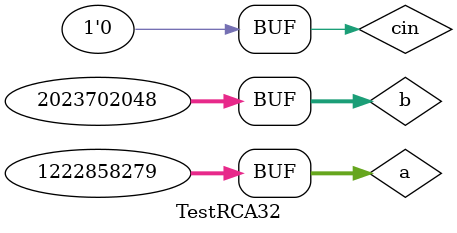
<source format=v>
/*------------------------------------------------------
    Assignment No. - 1
    Problem No. - 1)c)
    Semester No. - 5
    Group No. - 21
    Group Member1 - Pritkumar Godhani, 19CS10048
    Group Member2 - Debanjan Saha, 19CS30014 
-------------------------------------------------------*/
`timescale 1ns / 1ps
`include "rca32.v"

module TestRCA32();
    reg [31:0] a,b;
    reg cin;
    wire[31:0] sum;
    wire cout;

    RippleCarryAdder32 rca32(.A(a), .B(b), .cin(cin), .sum(sum), .cout(cout));

    initial begin
        $monitor("a = %b, b = %b, cin = %b, sum = %b, cout = %b", a, b, cin, sum, cout);
        #1 a = 32'b00000000000000111111111111111111; b = 32'b00000000000000000000000000000001; cin = 1'b0;
        #2 a = 32'b00000000000000000000000000000001; b = 32'b00000000000000000000000000000001; cin = 1'b0;
        #3 a = 32'b11111111111111111111111111111111; b = 32'b00000000000000000000000000000001; cin = 1'b0;
        #4 a = 32'b11111111111111111111111111111111; b = 32'b00000000000000000000000000000000; cin = 1'b1;
        #5 a = 32'b00000000000000010000000000000001; b = 32'b00000000000000010000000000000001; cin = 1'b0;
        #6 a = 32'b01001000111000110101011000100111; b = 32'b01111000100111110011111000100000; cin = 1'b0;
    end
endmodule
</source>
